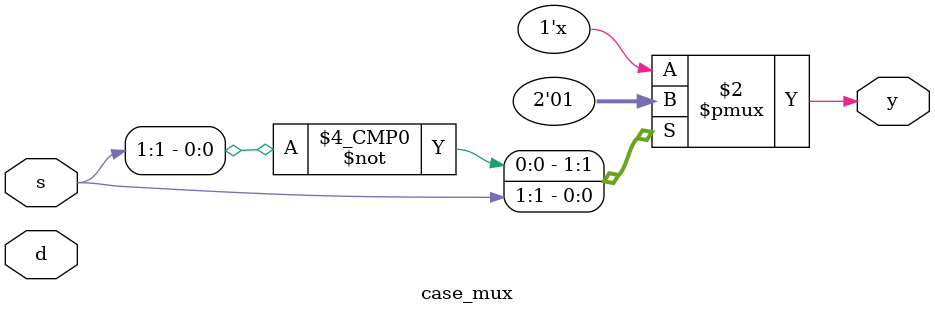
<source format=v>
module case_mux(
input d,
input [1:0]s,
output reg y);
always@(*)begin
casex (s)
2'b0x:y=0; // both 01 and 00
2'b1x:y=1; // both 11 and 10
default:y=1'bx;
endcase
end
endmodule
  

</source>
